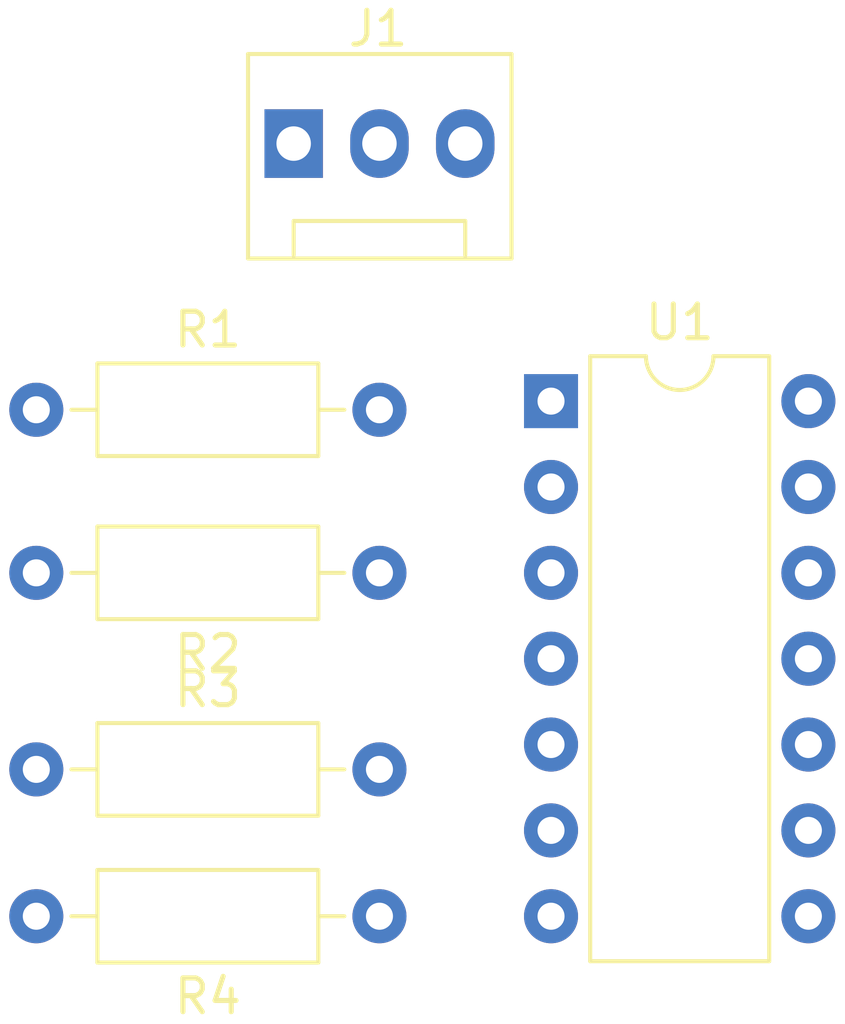
<source format=kicad_pcb>
(kicad_pcb (version 20171130) (host pcbnew "(5.1.4)-1")

  (general
    (thickness 1.6)
    (drawings 0)
    (tracks 0)
    (zones 0)
    (modules 6)
    (nets 8)
  )

  (page A4)
  (layers
    (0 F.Cu signal)
    (31 B.Cu signal)
    (32 B.Adhes user)
    (33 F.Adhes user)
    (34 B.Paste user)
    (35 F.Paste user)
    (36 B.SilkS user)
    (37 F.SilkS user)
    (38 B.Mask user)
    (39 F.Mask user)
    (40 Dwgs.User user)
    (41 Cmts.User user)
    (42 Eco1.User user)
    (43 Eco2.User user)
    (44 Edge.Cuts user)
    (45 Margin user)
    (46 B.CrtYd user)
    (47 F.CrtYd user)
    (48 B.Fab user)
    (49 F.Fab user)
  )

  (setup
    (last_trace_width 0.25)
    (trace_clearance 0.2)
    (zone_clearance 0.508)
    (zone_45_only no)
    (trace_min 0.7)
    (via_size 0.8)
    (via_drill 0.4)
    (via_min_size 2)
    (via_min_drill 0.3)
    (uvia_size 0.3)
    (uvia_drill 0.1)
    (uvias_allowed no)
    (uvia_min_size 0.3)
    (uvia_min_drill 0.1)
    (edge_width 0.05)
    (segment_width 0.2)
    (pcb_text_width 0.3)
    (pcb_text_size 1.5 1.5)
    (mod_edge_width 0.12)
    (mod_text_size 1 1)
    (mod_text_width 0.15)
    (pad_size 1.524 1.524)
    (pad_drill 0.762)
    (pad_to_mask_clearance 0.051)
    (solder_mask_min_width 0.25)
    (aux_axis_origin 0 0)
    (visible_elements FFFFFF7F)
    (pcbplotparams
      (layerselection 0x010fc_ffffffff)
      (usegerberextensions false)
      (usegerberattributes false)
      (usegerberadvancedattributes false)
      (creategerberjobfile false)
      (excludeedgelayer true)
      (linewidth 0.100000)
      (plotframeref false)
      (viasonmask false)
      (mode 1)
      (useauxorigin false)
      (hpglpennumber 1)
      (hpglpenspeed 20)
      (hpglpendiameter 15.000000)
      (psnegative false)
      (psa4output false)
      (plotreference true)
      (plotvalue true)
      (plotinvisibletext false)
      (padsonsilk false)
      (subtractmaskfromsilk false)
      (outputformat 1)
      (mirror false)
      (drillshape 1)
      (scaleselection 1)
      (outputdirectory ""))
  )

  (net 0 "")
  (net 1 "Net-(J1-Pad1)")
  (net 2 "Net-(J1-Pad2)")
  (net 3 "Net-(R1-Pad1)")
  (net 4 "Net-(R2-Pad1)")
  (net 5 "Net-(R3-Pad1)")
  (net 6 "Net-(R4-Pad1)")
  (net 7 GND)

  (net_class Default "Esta é a classe de rede padrão."
    (clearance 0.2)
    (trace_width 0.25)
    (via_dia 0.8)
    (via_drill 0.4)
    (uvia_dia 0.3)
    (uvia_drill 0.1)
    (add_net GND)
    (add_net "Net-(J1-Pad1)")
    (add_net "Net-(J1-Pad2)")
    (add_net "Net-(R1-Pad1)")
    (add_net "Net-(R2-Pad1)")
    (add_net "Net-(R3-Pad1)")
    (add_net "Net-(R4-Pad1)")
  )

  (module Connector:FanPinHeader_1x03_P2.54mm_Vertical (layer F.Cu) (tedit 5A19DCDF) (tstamp 5DA8D677)
    (at 162.56 115.57)
    (descr "3-pin CPU fan Through hole pin header, see http://www.formfactors.org/developer%5Cspecs%5Crev1_2_public.pdf")
    (tags "pin header 3-pin CPU fan")
    (path /5DA8DB63)
    (fp_text reference J1 (at 2.5 -3.4) (layer F.SilkS)
      (effects (font (size 1 1) (thickness 0.15)))
    )
    (fp_text value Conn_01x02 (at 2.55 4.5) (layer F.Fab)
      (effects (font (size 1 1) (thickness 0.15)))
    )
    (fp_text user %R (at 2.45 1.8) (layer F.Fab)
      (effects (font (size 1 1) (thickness 0.15)))
    )
    (fp_line (start -1.35 3.4) (end -1.35 -2.65) (layer F.SilkS) (width 0.12))
    (fp_line (start -1.35 -2.65) (end 6.45 -2.65) (layer F.SilkS) (width 0.12))
    (fp_line (start 6.45 -2.65) (end 6.45 3.4) (layer F.SilkS) (width 0.12))
    (fp_line (start 6.45 3.4) (end -1.35 3.4) (layer F.SilkS) (width 0.12))
    (fp_line (start 5.05 3.3) (end 5.05 2.3) (layer F.Fab) (width 0.1))
    (fp_line (start 5.05 2.3) (end 0 2.3) (layer F.Fab) (width 0.1))
    (fp_line (start 0 2.3) (end 0 3.3) (layer F.Fab) (width 0.1))
    (fp_line (start -1.25 3.3) (end -1.25 -2.55) (layer F.Fab) (width 0.1))
    (fp_line (start -1.25 -2.55) (end 6.35 -2.55) (layer F.Fab) (width 0.1))
    (fp_line (start 6.35 -2.55) (end 6.35 3.3) (layer F.Fab) (width 0.1))
    (fp_line (start 6.35 3.3) (end -1.25 3.3) (layer F.Fab) (width 0.1))
    (fp_line (start 0 3.3) (end 0 2.29) (layer F.SilkS) (width 0.12))
    (fp_line (start 0 2.29) (end 5.08 2.29) (layer F.SilkS) (width 0.12))
    (fp_line (start 5.08 2.29) (end 5.08 3.3) (layer F.SilkS) (width 0.12))
    (fp_line (start -1.75 3.8) (end -1.75 -3.05) (layer F.CrtYd) (width 0.05))
    (fp_line (start -1.75 3.8) (end 6.85 3.8) (layer F.CrtYd) (width 0.05))
    (fp_line (start 6.85 -3.05) (end -1.75 -3.05) (layer F.CrtYd) (width 0.05))
    (fp_line (start 6.85 -3.05) (end 6.85 3.8) (layer F.CrtYd) (width 0.05))
    (pad 1 thru_hole rect (at 0 0 90) (size 2.03 1.73) (drill 1.02) (layers *.Cu *.Mask)
      (net 1 "Net-(J1-Pad1)"))
    (pad 2 thru_hole oval (at 2.54 0 90) (size 2.03 1.73) (drill 1.02) (layers *.Cu *.Mask)
      (net 2 "Net-(J1-Pad2)"))
    (pad 3 thru_hole oval (at 5.08 0 90) (size 2.03 1.73) (drill 1.02) (layers *.Cu *.Mask))
    (model ${KISYS3DMOD}/Connector.3dshapes/FanPinHeader_1x03_P2.54mm_Vertical.wrl
      (at (xyz 0 0 0))
      (scale (xyz 1 1 1))
      (rotate (xyz 0 0 0))
    )
  )

  (module Resistor_THT:R_Axial_DIN0207_L6.3mm_D2.5mm_P10.16mm_Horizontal (layer F.Cu) (tedit 5AE5139B) (tstamp 5DA8D68E)
    (at 154.94 123.445001)
    (descr "Resistor, Axial_DIN0207 series, Axial, Horizontal, pin pitch=10.16mm, 0.25W = 1/4W, length*diameter=6.3*2.5mm^2, http://cdn-reichelt.de/documents/datenblatt/B400/1_4W%23YAG.pdf")
    (tags "Resistor Axial_DIN0207 series Axial Horizontal pin pitch 10.16mm 0.25W = 1/4W length 6.3mm diameter 2.5mm")
    (path /5DA897CD)
    (fp_text reference R1 (at 5.08 -2.37) (layer F.SilkS)
      (effects (font (size 1 1) (thickness 0.15)))
    )
    (fp_text value R (at 5.08 2.37) (layer F.Fab)
      (effects (font (size 1 1) (thickness 0.15)))
    )
    (fp_line (start 1.93 -1.25) (end 1.93 1.25) (layer F.Fab) (width 0.1))
    (fp_line (start 1.93 1.25) (end 8.23 1.25) (layer F.Fab) (width 0.1))
    (fp_line (start 8.23 1.25) (end 8.23 -1.25) (layer F.Fab) (width 0.1))
    (fp_line (start 8.23 -1.25) (end 1.93 -1.25) (layer F.Fab) (width 0.1))
    (fp_line (start 0 0) (end 1.93 0) (layer F.Fab) (width 0.1))
    (fp_line (start 10.16 0) (end 8.23 0) (layer F.Fab) (width 0.1))
    (fp_line (start 1.81 -1.37) (end 1.81 1.37) (layer F.SilkS) (width 0.12))
    (fp_line (start 1.81 1.37) (end 8.35 1.37) (layer F.SilkS) (width 0.12))
    (fp_line (start 8.35 1.37) (end 8.35 -1.37) (layer F.SilkS) (width 0.12))
    (fp_line (start 8.35 -1.37) (end 1.81 -1.37) (layer F.SilkS) (width 0.12))
    (fp_line (start 1.04 0) (end 1.81 0) (layer F.SilkS) (width 0.12))
    (fp_line (start 9.12 0) (end 8.35 0) (layer F.SilkS) (width 0.12))
    (fp_line (start -1.05 -1.5) (end -1.05 1.5) (layer F.CrtYd) (width 0.05))
    (fp_line (start -1.05 1.5) (end 11.21 1.5) (layer F.CrtYd) (width 0.05))
    (fp_line (start 11.21 1.5) (end 11.21 -1.5) (layer F.CrtYd) (width 0.05))
    (fp_line (start 11.21 -1.5) (end -1.05 -1.5) (layer F.CrtYd) (width 0.05))
    (fp_text user %R (at 5.08 0) (layer F.Fab)
      (effects (font (size 1 1) (thickness 0.15)))
    )
    (pad 1 thru_hole circle (at 0 0) (size 1.6 1.6) (drill 0.8) (layers *.Cu *.Mask)
      (net 3 "Net-(R1-Pad1)"))
    (pad 2 thru_hole oval (at 10.16 0) (size 1.6 1.6) (drill 0.8) (layers *.Cu *.Mask)
      (net 2 "Net-(J1-Pad2)"))
    (model ${KISYS3DMOD}/Resistor_THT.3dshapes/R_Axial_DIN0207_L6.3mm_D2.5mm_P10.16mm_Horizontal.wrl
      (at (xyz 0 0 0))
      (scale (xyz 1 1 1))
      (rotate (xyz 0 0 0))
    )
  )

  (module Resistor_THT:R_Axial_DIN0207_L6.3mm_D2.5mm_P10.16mm_Horizontal (layer F.Cu) (tedit 5AE5139B) (tstamp 5DA8D6A5)
    (at 165.1 128.27 180)
    (descr "Resistor, Axial_DIN0207 series, Axial, Horizontal, pin pitch=10.16mm, 0.25W = 1/4W, length*diameter=6.3*2.5mm^2, http://cdn-reichelt.de/documents/datenblatt/B400/1_4W%23YAG.pdf")
    (tags "Resistor Axial_DIN0207 series Axial Horizontal pin pitch 10.16mm 0.25W = 1/4W length 6.3mm diameter 2.5mm")
    (path /5DA8A3D3)
    (fp_text reference R2 (at 5.08 -2.37) (layer F.SilkS)
      (effects (font (size 1 1) (thickness 0.15)))
    )
    (fp_text value R (at 5.08 2.37) (layer F.Fab)
      (effects (font (size 1 1) (thickness 0.15)))
    )
    (fp_text user %R (at 5.08 0) (layer F.Fab)
      (effects (font (size 1 1) (thickness 0.15)))
    )
    (fp_line (start 11.21 -1.5) (end -1.05 -1.5) (layer F.CrtYd) (width 0.05))
    (fp_line (start 11.21 1.5) (end 11.21 -1.5) (layer F.CrtYd) (width 0.05))
    (fp_line (start -1.05 1.5) (end 11.21 1.5) (layer F.CrtYd) (width 0.05))
    (fp_line (start -1.05 -1.5) (end -1.05 1.5) (layer F.CrtYd) (width 0.05))
    (fp_line (start 9.12 0) (end 8.35 0) (layer F.SilkS) (width 0.12))
    (fp_line (start 1.04 0) (end 1.81 0) (layer F.SilkS) (width 0.12))
    (fp_line (start 8.35 -1.37) (end 1.81 -1.37) (layer F.SilkS) (width 0.12))
    (fp_line (start 8.35 1.37) (end 8.35 -1.37) (layer F.SilkS) (width 0.12))
    (fp_line (start 1.81 1.37) (end 8.35 1.37) (layer F.SilkS) (width 0.12))
    (fp_line (start 1.81 -1.37) (end 1.81 1.37) (layer F.SilkS) (width 0.12))
    (fp_line (start 10.16 0) (end 8.23 0) (layer F.Fab) (width 0.1))
    (fp_line (start 0 0) (end 1.93 0) (layer F.Fab) (width 0.1))
    (fp_line (start 8.23 -1.25) (end 1.93 -1.25) (layer F.Fab) (width 0.1))
    (fp_line (start 8.23 1.25) (end 8.23 -1.25) (layer F.Fab) (width 0.1))
    (fp_line (start 1.93 1.25) (end 8.23 1.25) (layer F.Fab) (width 0.1))
    (fp_line (start 1.93 -1.25) (end 1.93 1.25) (layer F.Fab) (width 0.1))
    (pad 2 thru_hole oval (at 10.16 0 180) (size 1.6 1.6) (drill 0.8) (layers *.Cu *.Mask)
      (net 3 "Net-(R1-Pad1)"))
    (pad 1 thru_hole circle (at 0 0 180) (size 1.6 1.6) (drill 0.8) (layers *.Cu *.Mask)
      (net 4 "Net-(R2-Pad1)"))
    (model ${KISYS3DMOD}/Resistor_THT.3dshapes/R_Axial_DIN0207_L6.3mm_D2.5mm_P10.16mm_Horizontal.wrl
      (at (xyz 0 0 0))
      (scale (xyz 1 1 1))
      (rotate (xyz 0 0 0))
    )
  )

  (module Resistor_THT:R_Axial_DIN0207_L6.3mm_D2.5mm_P10.16mm_Horizontal (layer F.Cu) (tedit 5AE5139B) (tstamp 5DA8D6BC)
    (at 154.94 134.085001)
    (descr "Resistor, Axial_DIN0207 series, Axial, Horizontal, pin pitch=10.16mm, 0.25W = 1/4W, length*diameter=6.3*2.5mm^2, http://cdn-reichelt.de/documents/datenblatt/B400/1_4W%23YAG.pdf")
    (tags "Resistor Axial_DIN0207 series Axial Horizontal pin pitch 10.16mm 0.25W = 1/4W length 6.3mm diameter 2.5mm")
    (path /5DA8A972)
    (fp_text reference R3 (at 5.08 -2.37) (layer F.SilkS)
      (effects (font (size 1 1) (thickness 0.15)))
    )
    (fp_text value R (at 5.08 2.37) (layer F.Fab)
      (effects (font (size 1 1) (thickness 0.15)))
    )
    (fp_line (start 1.93 -1.25) (end 1.93 1.25) (layer F.Fab) (width 0.1))
    (fp_line (start 1.93 1.25) (end 8.23 1.25) (layer F.Fab) (width 0.1))
    (fp_line (start 8.23 1.25) (end 8.23 -1.25) (layer F.Fab) (width 0.1))
    (fp_line (start 8.23 -1.25) (end 1.93 -1.25) (layer F.Fab) (width 0.1))
    (fp_line (start 0 0) (end 1.93 0) (layer F.Fab) (width 0.1))
    (fp_line (start 10.16 0) (end 8.23 0) (layer F.Fab) (width 0.1))
    (fp_line (start 1.81 -1.37) (end 1.81 1.37) (layer F.SilkS) (width 0.12))
    (fp_line (start 1.81 1.37) (end 8.35 1.37) (layer F.SilkS) (width 0.12))
    (fp_line (start 8.35 1.37) (end 8.35 -1.37) (layer F.SilkS) (width 0.12))
    (fp_line (start 8.35 -1.37) (end 1.81 -1.37) (layer F.SilkS) (width 0.12))
    (fp_line (start 1.04 0) (end 1.81 0) (layer F.SilkS) (width 0.12))
    (fp_line (start 9.12 0) (end 8.35 0) (layer F.SilkS) (width 0.12))
    (fp_line (start -1.05 -1.5) (end -1.05 1.5) (layer F.CrtYd) (width 0.05))
    (fp_line (start -1.05 1.5) (end 11.21 1.5) (layer F.CrtYd) (width 0.05))
    (fp_line (start 11.21 1.5) (end 11.21 -1.5) (layer F.CrtYd) (width 0.05))
    (fp_line (start 11.21 -1.5) (end -1.05 -1.5) (layer F.CrtYd) (width 0.05))
    (fp_text user %R (at 5.08 0) (layer F.Fab)
      (effects (font (size 1 1) (thickness 0.15)))
    )
    (pad 1 thru_hole circle (at 0 0) (size 1.6 1.6) (drill 0.8) (layers *.Cu *.Mask)
      (net 5 "Net-(R3-Pad1)"))
    (pad 2 thru_hole oval (at 10.16 0) (size 1.6 1.6) (drill 0.8) (layers *.Cu *.Mask)
      (net 4 "Net-(R2-Pad1)"))
    (model ${KISYS3DMOD}/Resistor_THT.3dshapes/R_Axial_DIN0207_L6.3mm_D2.5mm_P10.16mm_Horizontal.wrl
      (at (xyz 0 0 0))
      (scale (xyz 1 1 1))
      (rotate (xyz 0 0 0))
    )
  )

  (module Resistor_THT:R_Axial_DIN0207_L6.3mm_D2.5mm_P10.16mm_Horizontal (layer F.Cu) (tedit 5AE5139B) (tstamp 5DA8D6D3)
    (at 165.1 138.43 180)
    (descr "Resistor, Axial_DIN0207 series, Axial, Horizontal, pin pitch=10.16mm, 0.25W = 1/4W, length*diameter=6.3*2.5mm^2, http://cdn-reichelt.de/documents/datenblatt/B400/1_4W%23YAG.pdf")
    (tags "Resistor Axial_DIN0207 series Axial Horizontal pin pitch 10.16mm 0.25W = 1/4W length 6.3mm diameter 2.5mm")
    (path /5DA8B726)
    (fp_text reference R4 (at 5.08 -2.37) (layer F.SilkS)
      (effects (font (size 1 1) (thickness 0.15)))
    )
    (fp_text value R (at 5.08 2.37) (layer F.Fab)
      (effects (font (size 1 1) (thickness 0.15)))
    )
    (fp_text user %R (at 5.08 0) (layer F.Fab)
      (effects (font (size 1 1) (thickness 0.15)))
    )
    (fp_line (start 11.21 -1.5) (end -1.05 -1.5) (layer F.CrtYd) (width 0.05))
    (fp_line (start 11.21 1.5) (end 11.21 -1.5) (layer F.CrtYd) (width 0.05))
    (fp_line (start -1.05 1.5) (end 11.21 1.5) (layer F.CrtYd) (width 0.05))
    (fp_line (start -1.05 -1.5) (end -1.05 1.5) (layer F.CrtYd) (width 0.05))
    (fp_line (start 9.12 0) (end 8.35 0) (layer F.SilkS) (width 0.12))
    (fp_line (start 1.04 0) (end 1.81 0) (layer F.SilkS) (width 0.12))
    (fp_line (start 8.35 -1.37) (end 1.81 -1.37) (layer F.SilkS) (width 0.12))
    (fp_line (start 8.35 1.37) (end 8.35 -1.37) (layer F.SilkS) (width 0.12))
    (fp_line (start 1.81 1.37) (end 8.35 1.37) (layer F.SilkS) (width 0.12))
    (fp_line (start 1.81 -1.37) (end 1.81 1.37) (layer F.SilkS) (width 0.12))
    (fp_line (start 10.16 0) (end 8.23 0) (layer F.Fab) (width 0.1))
    (fp_line (start 0 0) (end 1.93 0) (layer F.Fab) (width 0.1))
    (fp_line (start 8.23 -1.25) (end 1.93 -1.25) (layer F.Fab) (width 0.1))
    (fp_line (start 8.23 1.25) (end 8.23 -1.25) (layer F.Fab) (width 0.1))
    (fp_line (start 1.93 1.25) (end 8.23 1.25) (layer F.Fab) (width 0.1))
    (fp_line (start 1.93 -1.25) (end 1.93 1.25) (layer F.Fab) (width 0.1))
    (pad 2 thru_hole oval (at 10.16 0 180) (size 1.6 1.6) (drill 0.8) (layers *.Cu *.Mask)
      (net 5 "Net-(R3-Pad1)"))
    (pad 1 thru_hole circle (at 0 0 180) (size 1.6 1.6) (drill 0.8) (layers *.Cu *.Mask)
      (net 6 "Net-(R4-Pad1)"))
    (model ${KISYS3DMOD}/Resistor_THT.3dshapes/R_Axial_DIN0207_L6.3mm_D2.5mm_P10.16mm_Horizontal.wrl
      (at (xyz 0 0 0))
      (scale (xyz 1 1 1))
      (rotate (xyz 0 0 0))
    )
  )

  (module Package_DIP:DIP-14_W7.62mm (layer F.Cu) (tedit 5A02E8C5) (tstamp 5DA8D6F5)
    (at 170.18 123.19)
    (descr "14-lead though-hole mounted DIP package, row spacing 7.62 mm (300 mils)")
    (tags "THT DIP DIL PDIP 2.54mm 7.62mm 300mil")
    (path /5DA8763D)
    (fp_text reference U1 (at 3.81 -2.33) (layer F.SilkS)
      (effects (font (size 1 1) (thickness 0.15)))
    )
    (fp_text value LM324A (at 3.81 17.57) (layer F.Fab)
      (effects (font (size 1 1) (thickness 0.15)))
    )
    (fp_arc (start 3.81 -1.33) (end 2.81 -1.33) (angle -180) (layer F.SilkS) (width 0.12))
    (fp_line (start 1.635 -1.27) (end 6.985 -1.27) (layer F.Fab) (width 0.1))
    (fp_line (start 6.985 -1.27) (end 6.985 16.51) (layer F.Fab) (width 0.1))
    (fp_line (start 6.985 16.51) (end 0.635 16.51) (layer F.Fab) (width 0.1))
    (fp_line (start 0.635 16.51) (end 0.635 -0.27) (layer F.Fab) (width 0.1))
    (fp_line (start 0.635 -0.27) (end 1.635 -1.27) (layer F.Fab) (width 0.1))
    (fp_line (start 2.81 -1.33) (end 1.16 -1.33) (layer F.SilkS) (width 0.12))
    (fp_line (start 1.16 -1.33) (end 1.16 16.57) (layer F.SilkS) (width 0.12))
    (fp_line (start 1.16 16.57) (end 6.46 16.57) (layer F.SilkS) (width 0.12))
    (fp_line (start 6.46 16.57) (end 6.46 -1.33) (layer F.SilkS) (width 0.12))
    (fp_line (start 6.46 -1.33) (end 4.81 -1.33) (layer F.SilkS) (width 0.12))
    (fp_line (start -1.1 -1.55) (end -1.1 16.8) (layer F.CrtYd) (width 0.05))
    (fp_line (start -1.1 16.8) (end 8.7 16.8) (layer F.CrtYd) (width 0.05))
    (fp_line (start 8.7 16.8) (end 8.7 -1.55) (layer F.CrtYd) (width 0.05))
    (fp_line (start 8.7 -1.55) (end -1.1 -1.55) (layer F.CrtYd) (width 0.05))
    (fp_text user %R (at 3.81 7.62) (layer F.Fab)
      (effects (font (size 1 1) (thickness 0.15)))
    )
    (pad 1 thru_hole rect (at 0 0) (size 1.6 1.6) (drill 0.8) (layers *.Cu *.Mask)
      (net 4 "Net-(R2-Pad1)"))
    (pad 8 thru_hole oval (at 7.62 15.24) (size 1.6 1.6) (drill 0.8) (layers *.Cu *.Mask))
    (pad 2 thru_hole oval (at 0 2.54) (size 1.6 1.6) (drill 0.8) (layers *.Cu *.Mask)
      (net 7 GND))
    (pad 9 thru_hole oval (at 7.62 12.7) (size 1.6 1.6) (drill 0.8) (layers *.Cu *.Mask))
    (pad 3 thru_hole oval (at 0 5.08) (size 1.6 1.6) (drill 0.8) (layers *.Cu *.Mask)
      (net 3 "Net-(R1-Pad1)"))
    (pad 10 thru_hole oval (at 7.62 10.16) (size 1.6 1.6) (drill 0.8) (layers *.Cu *.Mask))
    (pad 4 thru_hole oval (at 0 7.62) (size 1.6 1.6) (drill 0.8) (layers *.Cu *.Mask))
    (pad 11 thru_hole oval (at 7.62 7.62) (size 1.6 1.6) (drill 0.8) (layers *.Cu *.Mask))
    (pad 5 thru_hole oval (at 0 10.16) (size 1.6 1.6) (drill 0.8) (layers *.Cu *.Mask)
      (net 5 "Net-(R3-Pad1)"))
    (pad 12 thru_hole oval (at 7.62 5.08) (size 1.6 1.6) (drill 0.8) (layers *.Cu *.Mask))
    (pad 6 thru_hole oval (at 0 12.7) (size 1.6 1.6) (drill 0.8) (layers *.Cu *.Mask)
      (net 7 GND))
    (pad 13 thru_hole oval (at 7.62 2.54) (size 1.6 1.6) (drill 0.8) (layers *.Cu *.Mask))
    (pad 7 thru_hole oval (at 0 15.24) (size 1.6 1.6) (drill 0.8) (layers *.Cu *.Mask)
      (net 6 "Net-(R4-Pad1)"))
    (pad 14 thru_hole oval (at 7.62 0) (size 1.6 1.6) (drill 0.8) (layers *.Cu *.Mask))
    (model ${KISYS3DMOD}/Package_DIP.3dshapes/DIP-14_W7.62mm.wrl
      (at (xyz 0 0 0))
      (scale (xyz 1 1 1))
      (rotate (xyz 0 0 0))
    )
  )

)

</source>
